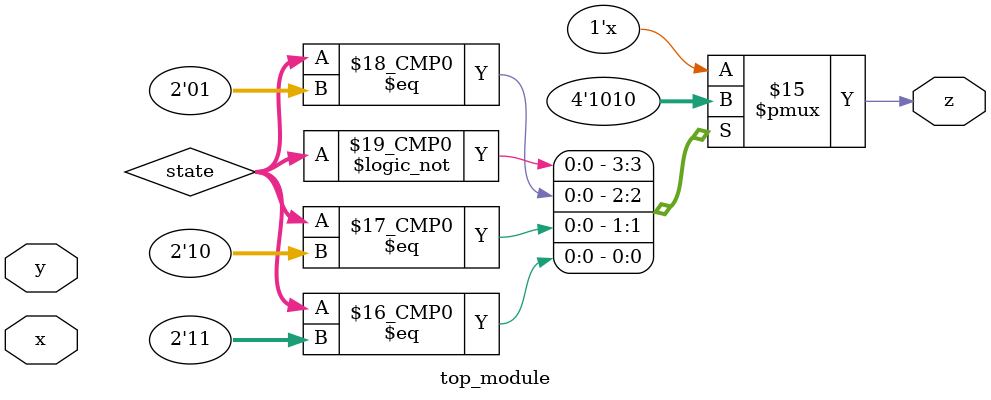
<source format=sv>
module top_module(
    input x,
    input y,
    output reg z);

reg [1:0] state;

always @(x, y)
begin
    case (state)
        0: begin
            if (x == 1 && y == 0)
                state <= 1;
            else
                state <= 0;
        end
        1: begin
            if (x == 0 && y == 1)
                state <= 2;
            else
                state <= 1;
        end
        2: begin
            if (x == 1 && y == 1)
                state <= 3;
            else
                state <= 2;
        end
        3: begin
            if (x == 0 && y == 0)
                state <= 0;
            else
                state <= 3;
        end
    endcase
end

always @(state)
begin
    case (state)
        0: z <= 1;
        1: z <= 0;
        2: z <= 1;
        3: z <= 0;
    endcase
end

endmodule

</source>
